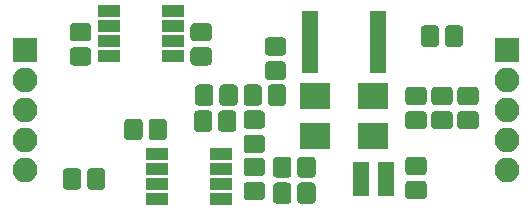
<source format=gts>
G04 #@! TF.GenerationSoftware,KiCad,Pcbnew,(5.0.0)*
G04 #@! TF.CreationDate,2018-08-11T20:49:35+09:00*
G04 #@! TF.ProjectId,AD593x_impedance_analyzer,4144353933785F696D706564616E6365,rev?*
G04 #@! TF.SameCoordinates,Original*
G04 #@! TF.FileFunction,Soldermask,Top*
G04 #@! TF.FilePolarity,Negative*
%FSLAX46Y46*%
G04 Gerber Fmt 4.6, Leading zero omitted, Abs format (unit mm)*
G04 Created by KiCad (PCBNEW (5.0.0)) date 08/11/18 20:49:35*
%MOMM*%
%LPD*%
G01*
G04 APERTURE LIST*
%ADD10C,0.100000*%
%ADD11C,1.550000*%
%ADD12R,1.400000X0.800000*%
%ADD13R,2.100000X2.100000*%
%ADD14O,2.100000X2.100000*%
%ADD15R,1.950000X1.000000*%
%ADD16R,1.460000X1.050000*%
%ADD17R,2.650000X2.200000*%
G04 APERTURE END LIST*
D10*
G04 #@! TO.C,R11*
G36*
X80746071Y-90001623D02*
X80778781Y-90006475D01*
X80810857Y-90014509D01*
X80841991Y-90025649D01*
X80871884Y-90039787D01*
X80900247Y-90056787D01*
X80926807Y-90076485D01*
X80951308Y-90098692D01*
X80973515Y-90123193D01*
X80993213Y-90149753D01*
X81010213Y-90178116D01*
X81024351Y-90208009D01*
X81035491Y-90239143D01*
X81043525Y-90271219D01*
X81048377Y-90303929D01*
X81050000Y-90336956D01*
X81050000Y-91463044D01*
X81048377Y-91496071D01*
X81043525Y-91528781D01*
X81035491Y-91560857D01*
X81024351Y-91591991D01*
X81010213Y-91621884D01*
X80993213Y-91650247D01*
X80973515Y-91676807D01*
X80951308Y-91701308D01*
X80926807Y-91723515D01*
X80900247Y-91743213D01*
X80871884Y-91760213D01*
X80841991Y-91774351D01*
X80810857Y-91785491D01*
X80778781Y-91793525D01*
X80746071Y-91798377D01*
X80713044Y-91800000D01*
X79836956Y-91800000D01*
X79803929Y-91798377D01*
X79771219Y-91793525D01*
X79739143Y-91785491D01*
X79708009Y-91774351D01*
X79678116Y-91760213D01*
X79649753Y-91743213D01*
X79623193Y-91723515D01*
X79598692Y-91701308D01*
X79576485Y-91676807D01*
X79556787Y-91650247D01*
X79539787Y-91621884D01*
X79525649Y-91591991D01*
X79514509Y-91560857D01*
X79506475Y-91528781D01*
X79501623Y-91496071D01*
X79500000Y-91463044D01*
X79500000Y-90336956D01*
X79501623Y-90303929D01*
X79506475Y-90271219D01*
X79514509Y-90239143D01*
X79525649Y-90208009D01*
X79539787Y-90178116D01*
X79556787Y-90149753D01*
X79576485Y-90123193D01*
X79598692Y-90098692D01*
X79623193Y-90076485D01*
X79649753Y-90056787D01*
X79678116Y-90039787D01*
X79708009Y-90025649D01*
X79739143Y-90014509D01*
X79771219Y-90006475D01*
X79803929Y-90001623D01*
X79836956Y-90000000D01*
X80713044Y-90000000D01*
X80746071Y-90001623D01*
X80746071Y-90001623D01*
G37*
D11*
X80275000Y-90900000D03*
D10*
G36*
X82796071Y-90001623D02*
X82828781Y-90006475D01*
X82860857Y-90014509D01*
X82891991Y-90025649D01*
X82921884Y-90039787D01*
X82950247Y-90056787D01*
X82976807Y-90076485D01*
X83001308Y-90098692D01*
X83023515Y-90123193D01*
X83043213Y-90149753D01*
X83060213Y-90178116D01*
X83074351Y-90208009D01*
X83085491Y-90239143D01*
X83093525Y-90271219D01*
X83098377Y-90303929D01*
X83100000Y-90336956D01*
X83100000Y-91463044D01*
X83098377Y-91496071D01*
X83093525Y-91528781D01*
X83085491Y-91560857D01*
X83074351Y-91591991D01*
X83060213Y-91621884D01*
X83043213Y-91650247D01*
X83023515Y-91676807D01*
X83001308Y-91701308D01*
X82976807Y-91723515D01*
X82950247Y-91743213D01*
X82921884Y-91760213D01*
X82891991Y-91774351D01*
X82860857Y-91785491D01*
X82828781Y-91793525D01*
X82796071Y-91798377D01*
X82763044Y-91800000D01*
X81886956Y-91800000D01*
X81853929Y-91798377D01*
X81821219Y-91793525D01*
X81789143Y-91785491D01*
X81758009Y-91774351D01*
X81728116Y-91760213D01*
X81699753Y-91743213D01*
X81673193Y-91723515D01*
X81648692Y-91701308D01*
X81626485Y-91676807D01*
X81606787Y-91650247D01*
X81589787Y-91621884D01*
X81575649Y-91591991D01*
X81564509Y-91560857D01*
X81556475Y-91528781D01*
X81551623Y-91496071D01*
X81550000Y-91463044D01*
X81550000Y-90336956D01*
X81551623Y-90303929D01*
X81556475Y-90271219D01*
X81564509Y-90239143D01*
X81575649Y-90208009D01*
X81589787Y-90178116D01*
X81606787Y-90149753D01*
X81626485Y-90123193D01*
X81648692Y-90098692D01*
X81673193Y-90076485D01*
X81699753Y-90056787D01*
X81728116Y-90039787D01*
X81758009Y-90025649D01*
X81789143Y-90014509D01*
X81821219Y-90006475D01*
X81853929Y-90001623D01*
X81886956Y-90000000D01*
X82763044Y-90000000D01*
X82796071Y-90001623D01*
X82796071Y-90001623D01*
G37*
D11*
X82325000Y-90900000D03*
G04 #@! TD*
D12*
G04 #@! TO.C,U3*
X100400000Y-77025000D03*
X100400000Y-77675000D03*
X100400000Y-78325000D03*
X100400000Y-78975000D03*
X100400000Y-79625000D03*
X100400000Y-80275000D03*
X100400000Y-80925000D03*
X100400000Y-81575000D03*
X106200000Y-81575000D03*
X106200000Y-80925000D03*
X106200000Y-80275000D03*
X106200000Y-79625000D03*
X106200000Y-78975000D03*
X106200000Y-78325000D03*
X106200000Y-77675000D03*
X106200000Y-77025000D03*
G04 #@! TD*
D10*
G04 #@! TO.C,C1*
G36*
X81596071Y-79751623D02*
X81628781Y-79756475D01*
X81660857Y-79764509D01*
X81691991Y-79775649D01*
X81721884Y-79789787D01*
X81750247Y-79806787D01*
X81776807Y-79826485D01*
X81801308Y-79848692D01*
X81823515Y-79873193D01*
X81843213Y-79899753D01*
X81860213Y-79928116D01*
X81874351Y-79958009D01*
X81885491Y-79989143D01*
X81893525Y-80021219D01*
X81898377Y-80053929D01*
X81900000Y-80086956D01*
X81900000Y-80963044D01*
X81898377Y-80996071D01*
X81893525Y-81028781D01*
X81885491Y-81060857D01*
X81874351Y-81091991D01*
X81860213Y-81121884D01*
X81843213Y-81150247D01*
X81823515Y-81176807D01*
X81801308Y-81201308D01*
X81776807Y-81223515D01*
X81750247Y-81243213D01*
X81721884Y-81260213D01*
X81691991Y-81274351D01*
X81660857Y-81285491D01*
X81628781Y-81293525D01*
X81596071Y-81298377D01*
X81563044Y-81300000D01*
X80436956Y-81300000D01*
X80403929Y-81298377D01*
X80371219Y-81293525D01*
X80339143Y-81285491D01*
X80308009Y-81274351D01*
X80278116Y-81260213D01*
X80249753Y-81243213D01*
X80223193Y-81223515D01*
X80198692Y-81201308D01*
X80176485Y-81176807D01*
X80156787Y-81150247D01*
X80139787Y-81121884D01*
X80125649Y-81091991D01*
X80114509Y-81060857D01*
X80106475Y-81028781D01*
X80101623Y-80996071D01*
X80100000Y-80963044D01*
X80100000Y-80086956D01*
X80101623Y-80053929D01*
X80106475Y-80021219D01*
X80114509Y-79989143D01*
X80125649Y-79958009D01*
X80139787Y-79928116D01*
X80156787Y-79899753D01*
X80176485Y-79873193D01*
X80198692Y-79848692D01*
X80223193Y-79826485D01*
X80249753Y-79806787D01*
X80278116Y-79789787D01*
X80308009Y-79775649D01*
X80339143Y-79764509D01*
X80371219Y-79756475D01*
X80403929Y-79751623D01*
X80436956Y-79750000D01*
X81563044Y-79750000D01*
X81596071Y-79751623D01*
X81596071Y-79751623D01*
G37*
D11*
X81000000Y-80525000D03*
D10*
G36*
X81596071Y-77701623D02*
X81628781Y-77706475D01*
X81660857Y-77714509D01*
X81691991Y-77725649D01*
X81721884Y-77739787D01*
X81750247Y-77756787D01*
X81776807Y-77776485D01*
X81801308Y-77798692D01*
X81823515Y-77823193D01*
X81843213Y-77849753D01*
X81860213Y-77878116D01*
X81874351Y-77908009D01*
X81885491Y-77939143D01*
X81893525Y-77971219D01*
X81898377Y-78003929D01*
X81900000Y-78036956D01*
X81900000Y-78913044D01*
X81898377Y-78946071D01*
X81893525Y-78978781D01*
X81885491Y-79010857D01*
X81874351Y-79041991D01*
X81860213Y-79071884D01*
X81843213Y-79100247D01*
X81823515Y-79126807D01*
X81801308Y-79151308D01*
X81776807Y-79173515D01*
X81750247Y-79193213D01*
X81721884Y-79210213D01*
X81691991Y-79224351D01*
X81660857Y-79235491D01*
X81628781Y-79243525D01*
X81596071Y-79248377D01*
X81563044Y-79250000D01*
X80436956Y-79250000D01*
X80403929Y-79248377D01*
X80371219Y-79243525D01*
X80339143Y-79235491D01*
X80308009Y-79224351D01*
X80278116Y-79210213D01*
X80249753Y-79193213D01*
X80223193Y-79173515D01*
X80198692Y-79151308D01*
X80176485Y-79126807D01*
X80156787Y-79100247D01*
X80139787Y-79071884D01*
X80125649Y-79041991D01*
X80114509Y-79010857D01*
X80106475Y-78978781D01*
X80101623Y-78946071D01*
X80100000Y-78913044D01*
X80100000Y-78036956D01*
X80101623Y-78003929D01*
X80106475Y-77971219D01*
X80114509Y-77939143D01*
X80125649Y-77908009D01*
X80139787Y-77878116D01*
X80156787Y-77849753D01*
X80176485Y-77823193D01*
X80198692Y-77798692D01*
X80223193Y-77776485D01*
X80249753Y-77756787D01*
X80278116Y-77739787D01*
X80308009Y-77725649D01*
X80339143Y-77714509D01*
X80371219Y-77706475D01*
X80403929Y-77701623D01*
X80436956Y-77700000D01*
X81563044Y-77700000D01*
X81596071Y-77701623D01*
X81596071Y-77701623D01*
G37*
D11*
X81000000Y-78475000D03*
G04 #@! TD*
D10*
G04 #@! TO.C,C2*
G36*
X91796071Y-77701623D02*
X91828781Y-77706475D01*
X91860857Y-77714509D01*
X91891991Y-77725649D01*
X91921884Y-77739787D01*
X91950247Y-77756787D01*
X91976807Y-77776485D01*
X92001308Y-77798692D01*
X92023515Y-77823193D01*
X92043213Y-77849753D01*
X92060213Y-77878116D01*
X92074351Y-77908009D01*
X92085491Y-77939143D01*
X92093525Y-77971219D01*
X92098377Y-78003929D01*
X92100000Y-78036956D01*
X92100000Y-78913044D01*
X92098377Y-78946071D01*
X92093525Y-78978781D01*
X92085491Y-79010857D01*
X92074351Y-79041991D01*
X92060213Y-79071884D01*
X92043213Y-79100247D01*
X92023515Y-79126807D01*
X92001308Y-79151308D01*
X91976807Y-79173515D01*
X91950247Y-79193213D01*
X91921884Y-79210213D01*
X91891991Y-79224351D01*
X91860857Y-79235491D01*
X91828781Y-79243525D01*
X91796071Y-79248377D01*
X91763044Y-79250000D01*
X90636956Y-79250000D01*
X90603929Y-79248377D01*
X90571219Y-79243525D01*
X90539143Y-79235491D01*
X90508009Y-79224351D01*
X90478116Y-79210213D01*
X90449753Y-79193213D01*
X90423193Y-79173515D01*
X90398692Y-79151308D01*
X90376485Y-79126807D01*
X90356787Y-79100247D01*
X90339787Y-79071884D01*
X90325649Y-79041991D01*
X90314509Y-79010857D01*
X90306475Y-78978781D01*
X90301623Y-78946071D01*
X90300000Y-78913044D01*
X90300000Y-78036956D01*
X90301623Y-78003929D01*
X90306475Y-77971219D01*
X90314509Y-77939143D01*
X90325649Y-77908009D01*
X90339787Y-77878116D01*
X90356787Y-77849753D01*
X90376485Y-77823193D01*
X90398692Y-77798692D01*
X90423193Y-77776485D01*
X90449753Y-77756787D01*
X90478116Y-77739787D01*
X90508009Y-77725649D01*
X90539143Y-77714509D01*
X90571219Y-77706475D01*
X90603929Y-77701623D01*
X90636956Y-77700000D01*
X91763044Y-77700000D01*
X91796071Y-77701623D01*
X91796071Y-77701623D01*
G37*
D11*
X91200000Y-78475000D03*
D10*
G36*
X91796071Y-79751623D02*
X91828781Y-79756475D01*
X91860857Y-79764509D01*
X91891991Y-79775649D01*
X91921884Y-79789787D01*
X91950247Y-79806787D01*
X91976807Y-79826485D01*
X92001308Y-79848692D01*
X92023515Y-79873193D01*
X92043213Y-79899753D01*
X92060213Y-79928116D01*
X92074351Y-79958009D01*
X92085491Y-79989143D01*
X92093525Y-80021219D01*
X92098377Y-80053929D01*
X92100000Y-80086956D01*
X92100000Y-80963044D01*
X92098377Y-80996071D01*
X92093525Y-81028781D01*
X92085491Y-81060857D01*
X92074351Y-81091991D01*
X92060213Y-81121884D01*
X92043213Y-81150247D01*
X92023515Y-81176807D01*
X92001308Y-81201308D01*
X91976807Y-81223515D01*
X91950247Y-81243213D01*
X91921884Y-81260213D01*
X91891991Y-81274351D01*
X91860857Y-81285491D01*
X91828781Y-81293525D01*
X91796071Y-81298377D01*
X91763044Y-81300000D01*
X90636956Y-81300000D01*
X90603929Y-81298377D01*
X90571219Y-81293525D01*
X90539143Y-81285491D01*
X90508009Y-81274351D01*
X90478116Y-81260213D01*
X90449753Y-81243213D01*
X90423193Y-81223515D01*
X90398692Y-81201308D01*
X90376485Y-81176807D01*
X90356787Y-81150247D01*
X90339787Y-81121884D01*
X90325649Y-81091991D01*
X90314509Y-81060857D01*
X90306475Y-81028781D01*
X90301623Y-80996071D01*
X90300000Y-80963044D01*
X90300000Y-80086956D01*
X90301623Y-80053929D01*
X90306475Y-80021219D01*
X90314509Y-79989143D01*
X90325649Y-79958009D01*
X90339787Y-79928116D01*
X90356787Y-79899753D01*
X90376485Y-79873193D01*
X90398692Y-79848692D01*
X90423193Y-79826485D01*
X90449753Y-79806787D01*
X90478116Y-79789787D01*
X90508009Y-79775649D01*
X90539143Y-79764509D01*
X90571219Y-79756475D01*
X90603929Y-79751623D01*
X90636956Y-79750000D01*
X91763044Y-79750000D01*
X91796071Y-79751623D01*
X91796071Y-79751623D01*
G37*
D11*
X91200000Y-80525000D03*
G04 #@! TD*
D10*
G04 #@! TO.C,C3*
G36*
X96046071Y-82901623D02*
X96078781Y-82906475D01*
X96110857Y-82914509D01*
X96141991Y-82925649D01*
X96171884Y-82939787D01*
X96200247Y-82956787D01*
X96226807Y-82976485D01*
X96251308Y-82998692D01*
X96273515Y-83023193D01*
X96293213Y-83049753D01*
X96310213Y-83078116D01*
X96324351Y-83108009D01*
X96335491Y-83139143D01*
X96343525Y-83171219D01*
X96348377Y-83203929D01*
X96350000Y-83236956D01*
X96350000Y-84363044D01*
X96348377Y-84396071D01*
X96343525Y-84428781D01*
X96335491Y-84460857D01*
X96324351Y-84491991D01*
X96310213Y-84521884D01*
X96293213Y-84550247D01*
X96273515Y-84576807D01*
X96251308Y-84601308D01*
X96226807Y-84623515D01*
X96200247Y-84643213D01*
X96171884Y-84660213D01*
X96141991Y-84674351D01*
X96110857Y-84685491D01*
X96078781Y-84693525D01*
X96046071Y-84698377D01*
X96013044Y-84700000D01*
X95136956Y-84700000D01*
X95103929Y-84698377D01*
X95071219Y-84693525D01*
X95039143Y-84685491D01*
X95008009Y-84674351D01*
X94978116Y-84660213D01*
X94949753Y-84643213D01*
X94923193Y-84623515D01*
X94898692Y-84601308D01*
X94876485Y-84576807D01*
X94856787Y-84550247D01*
X94839787Y-84521884D01*
X94825649Y-84491991D01*
X94814509Y-84460857D01*
X94806475Y-84428781D01*
X94801623Y-84396071D01*
X94800000Y-84363044D01*
X94800000Y-83236956D01*
X94801623Y-83203929D01*
X94806475Y-83171219D01*
X94814509Y-83139143D01*
X94825649Y-83108009D01*
X94839787Y-83078116D01*
X94856787Y-83049753D01*
X94876485Y-83023193D01*
X94898692Y-82998692D01*
X94923193Y-82976485D01*
X94949753Y-82956787D01*
X94978116Y-82939787D01*
X95008009Y-82925649D01*
X95039143Y-82914509D01*
X95071219Y-82906475D01*
X95103929Y-82901623D01*
X95136956Y-82900000D01*
X96013044Y-82900000D01*
X96046071Y-82901623D01*
X96046071Y-82901623D01*
G37*
D11*
X95575000Y-83800000D03*
D10*
G36*
X98096071Y-82901623D02*
X98128781Y-82906475D01*
X98160857Y-82914509D01*
X98191991Y-82925649D01*
X98221884Y-82939787D01*
X98250247Y-82956787D01*
X98276807Y-82976485D01*
X98301308Y-82998692D01*
X98323515Y-83023193D01*
X98343213Y-83049753D01*
X98360213Y-83078116D01*
X98374351Y-83108009D01*
X98385491Y-83139143D01*
X98393525Y-83171219D01*
X98398377Y-83203929D01*
X98400000Y-83236956D01*
X98400000Y-84363044D01*
X98398377Y-84396071D01*
X98393525Y-84428781D01*
X98385491Y-84460857D01*
X98374351Y-84491991D01*
X98360213Y-84521884D01*
X98343213Y-84550247D01*
X98323515Y-84576807D01*
X98301308Y-84601308D01*
X98276807Y-84623515D01*
X98250247Y-84643213D01*
X98221884Y-84660213D01*
X98191991Y-84674351D01*
X98160857Y-84685491D01*
X98128781Y-84693525D01*
X98096071Y-84698377D01*
X98063044Y-84700000D01*
X97186956Y-84700000D01*
X97153929Y-84698377D01*
X97121219Y-84693525D01*
X97089143Y-84685491D01*
X97058009Y-84674351D01*
X97028116Y-84660213D01*
X96999753Y-84643213D01*
X96973193Y-84623515D01*
X96948692Y-84601308D01*
X96926485Y-84576807D01*
X96906787Y-84550247D01*
X96889787Y-84521884D01*
X96875649Y-84491991D01*
X96864509Y-84460857D01*
X96856475Y-84428781D01*
X96851623Y-84396071D01*
X96850000Y-84363044D01*
X96850000Y-83236956D01*
X96851623Y-83203929D01*
X96856475Y-83171219D01*
X96864509Y-83139143D01*
X96875649Y-83108009D01*
X96889787Y-83078116D01*
X96906787Y-83049753D01*
X96926485Y-83023193D01*
X96948692Y-82998692D01*
X96973193Y-82976485D01*
X96999753Y-82956787D01*
X97028116Y-82939787D01*
X97058009Y-82925649D01*
X97089143Y-82914509D01*
X97121219Y-82906475D01*
X97153929Y-82901623D01*
X97186956Y-82900000D01*
X98063044Y-82900000D01*
X98096071Y-82901623D01*
X98096071Y-82901623D01*
G37*
D11*
X97625000Y-83800000D03*
G04 #@! TD*
D10*
G04 #@! TO.C,C4*
G36*
X85946071Y-85801623D02*
X85978781Y-85806475D01*
X86010857Y-85814509D01*
X86041991Y-85825649D01*
X86071884Y-85839787D01*
X86100247Y-85856787D01*
X86126807Y-85876485D01*
X86151308Y-85898692D01*
X86173515Y-85923193D01*
X86193213Y-85949753D01*
X86210213Y-85978116D01*
X86224351Y-86008009D01*
X86235491Y-86039143D01*
X86243525Y-86071219D01*
X86248377Y-86103929D01*
X86250000Y-86136956D01*
X86250000Y-87263044D01*
X86248377Y-87296071D01*
X86243525Y-87328781D01*
X86235491Y-87360857D01*
X86224351Y-87391991D01*
X86210213Y-87421884D01*
X86193213Y-87450247D01*
X86173515Y-87476807D01*
X86151308Y-87501308D01*
X86126807Y-87523515D01*
X86100247Y-87543213D01*
X86071884Y-87560213D01*
X86041991Y-87574351D01*
X86010857Y-87585491D01*
X85978781Y-87593525D01*
X85946071Y-87598377D01*
X85913044Y-87600000D01*
X85036956Y-87600000D01*
X85003929Y-87598377D01*
X84971219Y-87593525D01*
X84939143Y-87585491D01*
X84908009Y-87574351D01*
X84878116Y-87560213D01*
X84849753Y-87543213D01*
X84823193Y-87523515D01*
X84798692Y-87501308D01*
X84776485Y-87476807D01*
X84756787Y-87450247D01*
X84739787Y-87421884D01*
X84725649Y-87391991D01*
X84714509Y-87360857D01*
X84706475Y-87328781D01*
X84701623Y-87296071D01*
X84700000Y-87263044D01*
X84700000Y-86136956D01*
X84701623Y-86103929D01*
X84706475Y-86071219D01*
X84714509Y-86039143D01*
X84725649Y-86008009D01*
X84739787Y-85978116D01*
X84756787Y-85949753D01*
X84776485Y-85923193D01*
X84798692Y-85898692D01*
X84823193Y-85876485D01*
X84849753Y-85856787D01*
X84878116Y-85839787D01*
X84908009Y-85825649D01*
X84939143Y-85814509D01*
X84971219Y-85806475D01*
X85003929Y-85801623D01*
X85036956Y-85800000D01*
X85913044Y-85800000D01*
X85946071Y-85801623D01*
X85946071Y-85801623D01*
G37*
D11*
X85475000Y-86700000D03*
D10*
G36*
X87996071Y-85801623D02*
X88028781Y-85806475D01*
X88060857Y-85814509D01*
X88091991Y-85825649D01*
X88121884Y-85839787D01*
X88150247Y-85856787D01*
X88176807Y-85876485D01*
X88201308Y-85898692D01*
X88223515Y-85923193D01*
X88243213Y-85949753D01*
X88260213Y-85978116D01*
X88274351Y-86008009D01*
X88285491Y-86039143D01*
X88293525Y-86071219D01*
X88298377Y-86103929D01*
X88300000Y-86136956D01*
X88300000Y-87263044D01*
X88298377Y-87296071D01*
X88293525Y-87328781D01*
X88285491Y-87360857D01*
X88274351Y-87391991D01*
X88260213Y-87421884D01*
X88243213Y-87450247D01*
X88223515Y-87476807D01*
X88201308Y-87501308D01*
X88176807Y-87523515D01*
X88150247Y-87543213D01*
X88121884Y-87560213D01*
X88091991Y-87574351D01*
X88060857Y-87585491D01*
X88028781Y-87593525D01*
X87996071Y-87598377D01*
X87963044Y-87600000D01*
X87086956Y-87600000D01*
X87053929Y-87598377D01*
X87021219Y-87593525D01*
X86989143Y-87585491D01*
X86958009Y-87574351D01*
X86928116Y-87560213D01*
X86899753Y-87543213D01*
X86873193Y-87523515D01*
X86848692Y-87501308D01*
X86826485Y-87476807D01*
X86806787Y-87450247D01*
X86789787Y-87421884D01*
X86775649Y-87391991D01*
X86764509Y-87360857D01*
X86756475Y-87328781D01*
X86751623Y-87296071D01*
X86750000Y-87263044D01*
X86750000Y-86136956D01*
X86751623Y-86103929D01*
X86756475Y-86071219D01*
X86764509Y-86039143D01*
X86775649Y-86008009D01*
X86789787Y-85978116D01*
X86806787Y-85949753D01*
X86826485Y-85923193D01*
X86848692Y-85898692D01*
X86873193Y-85876485D01*
X86899753Y-85856787D01*
X86928116Y-85839787D01*
X86958009Y-85825649D01*
X86989143Y-85814509D01*
X87021219Y-85806475D01*
X87053929Y-85801623D01*
X87086956Y-85800000D01*
X87963044Y-85800000D01*
X87996071Y-85801623D01*
X87996071Y-85801623D01*
G37*
D11*
X87525000Y-86700000D03*
G04 #@! TD*
D10*
G04 #@! TO.C,C5*
G36*
X109996071Y-89026623D02*
X110028781Y-89031475D01*
X110060857Y-89039509D01*
X110091991Y-89050649D01*
X110121884Y-89064787D01*
X110150247Y-89081787D01*
X110176807Y-89101485D01*
X110201308Y-89123692D01*
X110223515Y-89148193D01*
X110243213Y-89174753D01*
X110260213Y-89203116D01*
X110274351Y-89233009D01*
X110285491Y-89264143D01*
X110293525Y-89296219D01*
X110298377Y-89328929D01*
X110300000Y-89361956D01*
X110300000Y-90238044D01*
X110298377Y-90271071D01*
X110293525Y-90303781D01*
X110285491Y-90335857D01*
X110274351Y-90366991D01*
X110260213Y-90396884D01*
X110243213Y-90425247D01*
X110223515Y-90451807D01*
X110201308Y-90476308D01*
X110176807Y-90498515D01*
X110150247Y-90518213D01*
X110121884Y-90535213D01*
X110091991Y-90549351D01*
X110060857Y-90560491D01*
X110028781Y-90568525D01*
X109996071Y-90573377D01*
X109963044Y-90575000D01*
X108836956Y-90575000D01*
X108803929Y-90573377D01*
X108771219Y-90568525D01*
X108739143Y-90560491D01*
X108708009Y-90549351D01*
X108678116Y-90535213D01*
X108649753Y-90518213D01*
X108623193Y-90498515D01*
X108598692Y-90476308D01*
X108576485Y-90451807D01*
X108556787Y-90425247D01*
X108539787Y-90396884D01*
X108525649Y-90366991D01*
X108514509Y-90335857D01*
X108506475Y-90303781D01*
X108501623Y-90271071D01*
X108500000Y-90238044D01*
X108500000Y-89361956D01*
X108501623Y-89328929D01*
X108506475Y-89296219D01*
X108514509Y-89264143D01*
X108525649Y-89233009D01*
X108539787Y-89203116D01*
X108556787Y-89174753D01*
X108576485Y-89148193D01*
X108598692Y-89123692D01*
X108623193Y-89101485D01*
X108649753Y-89081787D01*
X108678116Y-89064787D01*
X108708009Y-89050649D01*
X108739143Y-89039509D01*
X108771219Y-89031475D01*
X108803929Y-89026623D01*
X108836956Y-89025000D01*
X109963044Y-89025000D01*
X109996071Y-89026623D01*
X109996071Y-89026623D01*
G37*
D11*
X109400000Y-89800000D03*
D10*
G36*
X109996071Y-91076623D02*
X110028781Y-91081475D01*
X110060857Y-91089509D01*
X110091991Y-91100649D01*
X110121884Y-91114787D01*
X110150247Y-91131787D01*
X110176807Y-91151485D01*
X110201308Y-91173692D01*
X110223515Y-91198193D01*
X110243213Y-91224753D01*
X110260213Y-91253116D01*
X110274351Y-91283009D01*
X110285491Y-91314143D01*
X110293525Y-91346219D01*
X110298377Y-91378929D01*
X110300000Y-91411956D01*
X110300000Y-92288044D01*
X110298377Y-92321071D01*
X110293525Y-92353781D01*
X110285491Y-92385857D01*
X110274351Y-92416991D01*
X110260213Y-92446884D01*
X110243213Y-92475247D01*
X110223515Y-92501807D01*
X110201308Y-92526308D01*
X110176807Y-92548515D01*
X110150247Y-92568213D01*
X110121884Y-92585213D01*
X110091991Y-92599351D01*
X110060857Y-92610491D01*
X110028781Y-92618525D01*
X109996071Y-92623377D01*
X109963044Y-92625000D01*
X108836956Y-92625000D01*
X108803929Y-92623377D01*
X108771219Y-92618525D01*
X108739143Y-92610491D01*
X108708009Y-92599351D01*
X108678116Y-92585213D01*
X108649753Y-92568213D01*
X108623193Y-92548515D01*
X108598692Y-92526308D01*
X108576485Y-92501807D01*
X108556787Y-92475247D01*
X108539787Y-92446884D01*
X108525649Y-92416991D01*
X108514509Y-92385857D01*
X108506475Y-92353781D01*
X108501623Y-92321071D01*
X108500000Y-92288044D01*
X108500000Y-91411956D01*
X108501623Y-91378929D01*
X108506475Y-91346219D01*
X108514509Y-91314143D01*
X108525649Y-91283009D01*
X108539787Y-91253116D01*
X108556787Y-91224753D01*
X108576485Y-91198193D01*
X108598692Y-91173692D01*
X108623193Y-91151485D01*
X108649753Y-91131787D01*
X108678116Y-91114787D01*
X108708009Y-91100649D01*
X108739143Y-91089509D01*
X108771219Y-91081475D01*
X108803929Y-91076623D01*
X108836956Y-91075000D01*
X109963044Y-91075000D01*
X109996071Y-91076623D01*
X109996071Y-91076623D01*
G37*
D11*
X109400000Y-91850000D03*
G04 #@! TD*
D10*
G04 #@! TO.C,C6*
G36*
X111046071Y-77901623D02*
X111078781Y-77906475D01*
X111110857Y-77914509D01*
X111141991Y-77925649D01*
X111171884Y-77939787D01*
X111200247Y-77956787D01*
X111226807Y-77976485D01*
X111251308Y-77998692D01*
X111273515Y-78023193D01*
X111293213Y-78049753D01*
X111310213Y-78078116D01*
X111324351Y-78108009D01*
X111335491Y-78139143D01*
X111343525Y-78171219D01*
X111348377Y-78203929D01*
X111350000Y-78236956D01*
X111350000Y-79363044D01*
X111348377Y-79396071D01*
X111343525Y-79428781D01*
X111335491Y-79460857D01*
X111324351Y-79491991D01*
X111310213Y-79521884D01*
X111293213Y-79550247D01*
X111273515Y-79576807D01*
X111251308Y-79601308D01*
X111226807Y-79623515D01*
X111200247Y-79643213D01*
X111171884Y-79660213D01*
X111141991Y-79674351D01*
X111110857Y-79685491D01*
X111078781Y-79693525D01*
X111046071Y-79698377D01*
X111013044Y-79700000D01*
X110136956Y-79700000D01*
X110103929Y-79698377D01*
X110071219Y-79693525D01*
X110039143Y-79685491D01*
X110008009Y-79674351D01*
X109978116Y-79660213D01*
X109949753Y-79643213D01*
X109923193Y-79623515D01*
X109898692Y-79601308D01*
X109876485Y-79576807D01*
X109856787Y-79550247D01*
X109839787Y-79521884D01*
X109825649Y-79491991D01*
X109814509Y-79460857D01*
X109806475Y-79428781D01*
X109801623Y-79396071D01*
X109800000Y-79363044D01*
X109800000Y-78236956D01*
X109801623Y-78203929D01*
X109806475Y-78171219D01*
X109814509Y-78139143D01*
X109825649Y-78108009D01*
X109839787Y-78078116D01*
X109856787Y-78049753D01*
X109876485Y-78023193D01*
X109898692Y-77998692D01*
X109923193Y-77976485D01*
X109949753Y-77956787D01*
X109978116Y-77939787D01*
X110008009Y-77925649D01*
X110039143Y-77914509D01*
X110071219Y-77906475D01*
X110103929Y-77901623D01*
X110136956Y-77900000D01*
X111013044Y-77900000D01*
X111046071Y-77901623D01*
X111046071Y-77901623D01*
G37*
D11*
X110575000Y-78800000D03*
D10*
G36*
X113096071Y-77901623D02*
X113128781Y-77906475D01*
X113160857Y-77914509D01*
X113191991Y-77925649D01*
X113221884Y-77939787D01*
X113250247Y-77956787D01*
X113276807Y-77976485D01*
X113301308Y-77998692D01*
X113323515Y-78023193D01*
X113343213Y-78049753D01*
X113360213Y-78078116D01*
X113374351Y-78108009D01*
X113385491Y-78139143D01*
X113393525Y-78171219D01*
X113398377Y-78203929D01*
X113400000Y-78236956D01*
X113400000Y-79363044D01*
X113398377Y-79396071D01*
X113393525Y-79428781D01*
X113385491Y-79460857D01*
X113374351Y-79491991D01*
X113360213Y-79521884D01*
X113343213Y-79550247D01*
X113323515Y-79576807D01*
X113301308Y-79601308D01*
X113276807Y-79623515D01*
X113250247Y-79643213D01*
X113221884Y-79660213D01*
X113191991Y-79674351D01*
X113160857Y-79685491D01*
X113128781Y-79693525D01*
X113096071Y-79698377D01*
X113063044Y-79700000D01*
X112186956Y-79700000D01*
X112153929Y-79698377D01*
X112121219Y-79693525D01*
X112089143Y-79685491D01*
X112058009Y-79674351D01*
X112028116Y-79660213D01*
X111999753Y-79643213D01*
X111973193Y-79623515D01*
X111948692Y-79601308D01*
X111926485Y-79576807D01*
X111906787Y-79550247D01*
X111889787Y-79521884D01*
X111875649Y-79491991D01*
X111864509Y-79460857D01*
X111856475Y-79428781D01*
X111851623Y-79396071D01*
X111850000Y-79363044D01*
X111850000Y-78236956D01*
X111851623Y-78203929D01*
X111856475Y-78171219D01*
X111864509Y-78139143D01*
X111875649Y-78108009D01*
X111889787Y-78078116D01*
X111906787Y-78049753D01*
X111926485Y-78023193D01*
X111948692Y-77998692D01*
X111973193Y-77976485D01*
X111999753Y-77956787D01*
X112028116Y-77939787D01*
X112058009Y-77925649D01*
X112089143Y-77914509D01*
X112121219Y-77906475D01*
X112153929Y-77901623D01*
X112186956Y-77900000D01*
X113063044Y-77900000D01*
X113096071Y-77901623D01*
X113096071Y-77901623D01*
G37*
D11*
X112625000Y-78800000D03*
G04 #@! TD*
D13*
G04 #@! TO.C,J1*
X76300000Y-80000000D03*
D14*
X76300000Y-82540000D03*
X76300000Y-85080000D03*
X76300000Y-87620000D03*
X76300000Y-90160000D03*
G04 #@! TD*
G04 #@! TO.C,J2*
X117100000Y-90160000D03*
X117100000Y-87620000D03*
X117100000Y-85080000D03*
X117100000Y-82540000D03*
D13*
X117100000Y-80000000D03*
G04 #@! TD*
D10*
G04 #@! TO.C,R1*
G36*
X112196071Y-85151623D02*
X112228781Y-85156475D01*
X112260857Y-85164509D01*
X112291991Y-85175649D01*
X112321884Y-85189787D01*
X112350247Y-85206787D01*
X112376807Y-85226485D01*
X112401308Y-85248692D01*
X112423515Y-85273193D01*
X112443213Y-85299753D01*
X112460213Y-85328116D01*
X112474351Y-85358009D01*
X112485491Y-85389143D01*
X112493525Y-85421219D01*
X112498377Y-85453929D01*
X112500000Y-85486956D01*
X112500000Y-86363044D01*
X112498377Y-86396071D01*
X112493525Y-86428781D01*
X112485491Y-86460857D01*
X112474351Y-86491991D01*
X112460213Y-86521884D01*
X112443213Y-86550247D01*
X112423515Y-86576807D01*
X112401308Y-86601308D01*
X112376807Y-86623515D01*
X112350247Y-86643213D01*
X112321884Y-86660213D01*
X112291991Y-86674351D01*
X112260857Y-86685491D01*
X112228781Y-86693525D01*
X112196071Y-86698377D01*
X112163044Y-86700000D01*
X111036956Y-86700000D01*
X111003929Y-86698377D01*
X110971219Y-86693525D01*
X110939143Y-86685491D01*
X110908009Y-86674351D01*
X110878116Y-86660213D01*
X110849753Y-86643213D01*
X110823193Y-86623515D01*
X110798692Y-86601308D01*
X110776485Y-86576807D01*
X110756787Y-86550247D01*
X110739787Y-86521884D01*
X110725649Y-86491991D01*
X110714509Y-86460857D01*
X110706475Y-86428781D01*
X110701623Y-86396071D01*
X110700000Y-86363044D01*
X110700000Y-85486956D01*
X110701623Y-85453929D01*
X110706475Y-85421219D01*
X110714509Y-85389143D01*
X110725649Y-85358009D01*
X110739787Y-85328116D01*
X110756787Y-85299753D01*
X110776485Y-85273193D01*
X110798692Y-85248692D01*
X110823193Y-85226485D01*
X110849753Y-85206787D01*
X110878116Y-85189787D01*
X110908009Y-85175649D01*
X110939143Y-85164509D01*
X110971219Y-85156475D01*
X111003929Y-85151623D01*
X111036956Y-85150000D01*
X112163044Y-85150000D01*
X112196071Y-85151623D01*
X112196071Y-85151623D01*
G37*
D11*
X111600000Y-85925000D03*
D10*
G36*
X112196071Y-83101623D02*
X112228781Y-83106475D01*
X112260857Y-83114509D01*
X112291991Y-83125649D01*
X112321884Y-83139787D01*
X112350247Y-83156787D01*
X112376807Y-83176485D01*
X112401308Y-83198692D01*
X112423515Y-83223193D01*
X112443213Y-83249753D01*
X112460213Y-83278116D01*
X112474351Y-83308009D01*
X112485491Y-83339143D01*
X112493525Y-83371219D01*
X112498377Y-83403929D01*
X112500000Y-83436956D01*
X112500000Y-84313044D01*
X112498377Y-84346071D01*
X112493525Y-84378781D01*
X112485491Y-84410857D01*
X112474351Y-84441991D01*
X112460213Y-84471884D01*
X112443213Y-84500247D01*
X112423515Y-84526807D01*
X112401308Y-84551308D01*
X112376807Y-84573515D01*
X112350247Y-84593213D01*
X112321884Y-84610213D01*
X112291991Y-84624351D01*
X112260857Y-84635491D01*
X112228781Y-84643525D01*
X112196071Y-84648377D01*
X112163044Y-84650000D01*
X111036956Y-84650000D01*
X111003929Y-84648377D01*
X110971219Y-84643525D01*
X110939143Y-84635491D01*
X110908009Y-84624351D01*
X110878116Y-84610213D01*
X110849753Y-84593213D01*
X110823193Y-84573515D01*
X110798692Y-84551308D01*
X110776485Y-84526807D01*
X110756787Y-84500247D01*
X110739787Y-84471884D01*
X110725649Y-84441991D01*
X110714509Y-84410857D01*
X110706475Y-84378781D01*
X110701623Y-84346071D01*
X110700000Y-84313044D01*
X110700000Y-83436956D01*
X110701623Y-83403929D01*
X110706475Y-83371219D01*
X110714509Y-83339143D01*
X110725649Y-83308009D01*
X110739787Y-83278116D01*
X110756787Y-83249753D01*
X110776485Y-83223193D01*
X110798692Y-83198692D01*
X110823193Y-83176485D01*
X110849753Y-83156787D01*
X110878116Y-83139787D01*
X110908009Y-83125649D01*
X110939143Y-83114509D01*
X110971219Y-83106475D01*
X111003929Y-83101623D01*
X111036956Y-83100000D01*
X112163044Y-83100000D01*
X112196071Y-83101623D01*
X112196071Y-83101623D01*
G37*
D11*
X111600000Y-83875000D03*
G04 #@! TD*
D10*
G04 #@! TO.C,R2*
G36*
X114396071Y-83101623D02*
X114428781Y-83106475D01*
X114460857Y-83114509D01*
X114491991Y-83125649D01*
X114521884Y-83139787D01*
X114550247Y-83156787D01*
X114576807Y-83176485D01*
X114601308Y-83198692D01*
X114623515Y-83223193D01*
X114643213Y-83249753D01*
X114660213Y-83278116D01*
X114674351Y-83308009D01*
X114685491Y-83339143D01*
X114693525Y-83371219D01*
X114698377Y-83403929D01*
X114700000Y-83436956D01*
X114700000Y-84313044D01*
X114698377Y-84346071D01*
X114693525Y-84378781D01*
X114685491Y-84410857D01*
X114674351Y-84441991D01*
X114660213Y-84471884D01*
X114643213Y-84500247D01*
X114623515Y-84526807D01*
X114601308Y-84551308D01*
X114576807Y-84573515D01*
X114550247Y-84593213D01*
X114521884Y-84610213D01*
X114491991Y-84624351D01*
X114460857Y-84635491D01*
X114428781Y-84643525D01*
X114396071Y-84648377D01*
X114363044Y-84650000D01*
X113236956Y-84650000D01*
X113203929Y-84648377D01*
X113171219Y-84643525D01*
X113139143Y-84635491D01*
X113108009Y-84624351D01*
X113078116Y-84610213D01*
X113049753Y-84593213D01*
X113023193Y-84573515D01*
X112998692Y-84551308D01*
X112976485Y-84526807D01*
X112956787Y-84500247D01*
X112939787Y-84471884D01*
X112925649Y-84441991D01*
X112914509Y-84410857D01*
X112906475Y-84378781D01*
X112901623Y-84346071D01*
X112900000Y-84313044D01*
X112900000Y-83436956D01*
X112901623Y-83403929D01*
X112906475Y-83371219D01*
X112914509Y-83339143D01*
X112925649Y-83308009D01*
X112939787Y-83278116D01*
X112956787Y-83249753D01*
X112976485Y-83223193D01*
X112998692Y-83198692D01*
X113023193Y-83176485D01*
X113049753Y-83156787D01*
X113078116Y-83139787D01*
X113108009Y-83125649D01*
X113139143Y-83114509D01*
X113171219Y-83106475D01*
X113203929Y-83101623D01*
X113236956Y-83100000D01*
X114363044Y-83100000D01*
X114396071Y-83101623D01*
X114396071Y-83101623D01*
G37*
D11*
X113800000Y-83875000D03*
D10*
G36*
X114396071Y-85151623D02*
X114428781Y-85156475D01*
X114460857Y-85164509D01*
X114491991Y-85175649D01*
X114521884Y-85189787D01*
X114550247Y-85206787D01*
X114576807Y-85226485D01*
X114601308Y-85248692D01*
X114623515Y-85273193D01*
X114643213Y-85299753D01*
X114660213Y-85328116D01*
X114674351Y-85358009D01*
X114685491Y-85389143D01*
X114693525Y-85421219D01*
X114698377Y-85453929D01*
X114700000Y-85486956D01*
X114700000Y-86363044D01*
X114698377Y-86396071D01*
X114693525Y-86428781D01*
X114685491Y-86460857D01*
X114674351Y-86491991D01*
X114660213Y-86521884D01*
X114643213Y-86550247D01*
X114623515Y-86576807D01*
X114601308Y-86601308D01*
X114576807Y-86623515D01*
X114550247Y-86643213D01*
X114521884Y-86660213D01*
X114491991Y-86674351D01*
X114460857Y-86685491D01*
X114428781Y-86693525D01*
X114396071Y-86698377D01*
X114363044Y-86700000D01*
X113236956Y-86700000D01*
X113203929Y-86698377D01*
X113171219Y-86693525D01*
X113139143Y-86685491D01*
X113108009Y-86674351D01*
X113078116Y-86660213D01*
X113049753Y-86643213D01*
X113023193Y-86623515D01*
X112998692Y-86601308D01*
X112976485Y-86576807D01*
X112956787Y-86550247D01*
X112939787Y-86521884D01*
X112925649Y-86491991D01*
X112914509Y-86460857D01*
X112906475Y-86428781D01*
X112901623Y-86396071D01*
X112900000Y-86363044D01*
X112900000Y-85486956D01*
X112901623Y-85453929D01*
X112906475Y-85421219D01*
X112914509Y-85389143D01*
X112925649Y-85358009D01*
X112939787Y-85328116D01*
X112956787Y-85299753D01*
X112976485Y-85273193D01*
X112998692Y-85248692D01*
X113023193Y-85226485D01*
X113049753Y-85206787D01*
X113078116Y-85189787D01*
X113108009Y-85175649D01*
X113139143Y-85164509D01*
X113171219Y-85156475D01*
X113203929Y-85151623D01*
X113236956Y-85150000D01*
X114363044Y-85150000D01*
X114396071Y-85151623D01*
X114396071Y-85151623D01*
G37*
D11*
X113800000Y-85925000D03*
G04 #@! TD*
D10*
G04 #@! TO.C,R3*
G36*
X93996071Y-82901623D02*
X94028781Y-82906475D01*
X94060857Y-82914509D01*
X94091991Y-82925649D01*
X94121884Y-82939787D01*
X94150247Y-82956787D01*
X94176807Y-82976485D01*
X94201308Y-82998692D01*
X94223515Y-83023193D01*
X94243213Y-83049753D01*
X94260213Y-83078116D01*
X94274351Y-83108009D01*
X94285491Y-83139143D01*
X94293525Y-83171219D01*
X94298377Y-83203929D01*
X94300000Y-83236956D01*
X94300000Y-84363044D01*
X94298377Y-84396071D01*
X94293525Y-84428781D01*
X94285491Y-84460857D01*
X94274351Y-84491991D01*
X94260213Y-84521884D01*
X94243213Y-84550247D01*
X94223515Y-84576807D01*
X94201308Y-84601308D01*
X94176807Y-84623515D01*
X94150247Y-84643213D01*
X94121884Y-84660213D01*
X94091991Y-84674351D01*
X94060857Y-84685491D01*
X94028781Y-84693525D01*
X93996071Y-84698377D01*
X93963044Y-84700000D01*
X93086956Y-84700000D01*
X93053929Y-84698377D01*
X93021219Y-84693525D01*
X92989143Y-84685491D01*
X92958009Y-84674351D01*
X92928116Y-84660213D01*
X92899753Y-84643213D01*
X92873193Y-84623515D01*
X92848692Y-84601308D01*
X92826485Y-84576807D01*
X92806787Y-84550247D01*
X92789787Y-84521884D01*
X92775649Y-84491991D01*
X92764509Y-84460857D01*
X92756475Y-84428781D01*
X92751623Y-84396071D01*
X92750000Y-84363044D01*
X92750000Y-83236956D01*
X92751623Y-83203929D01*
X92756475Y-83171219D01*
X92764509Y-83139143D01*
X92775649Y-83108009D01*
X92789787Y-83078116D01*
X92806787Y-83049753D01*
X92826485Y-83023193D01*
X92848692Y-82998692D01*
X92873193Y-82976485D01*
X92899753Y-82956787D01*
X92928116Y-82939787D01*
X92958009Y-82925649D01*
X92989143Y-82914509D01*
X93021219Y-82906475D01*
X93053929Y-82901623D01*
X93086956Y-82900000D01*
X93963044Y-82900000D01*
X93996071Y-82901623D01*
X93996071Y-82901623D01*
G37*
D11*
X93525000Y-83800000D03*
D10*
G36*
X91946071Y-82901623D02*
X91978781Y-82906475D01*
X92010857Y-82914509D01*
X92041991Y-82925649D01*
X92071884Y-82939787D01*
X92100247Y-82956787D01*
X92126807Y-82976485D01*
X92151308Y-82998692D01*
X92173515Y-83023193D01*
X92193213Y-83049753D01*
X92210213Y-83078116D01*
X92224351Y-83108009D01*
X92235491Y-83139143D01*
X92243525Y-83171219D01*
X92248377Y-83203929D01*
X92250000Y-83236956D01*
X92250000Y-84363044D01*
X92248377Y-84396071D01*
X92243525Y-84428781D01*
X92235491Y-84460857D01*
X92224351Y-84491991D01*
X92210213Y-84521884D01*
X92193213Y-84550247D01*
X92173515Y-84576807D01*
X92151308Y-84601308D01*
X92126807Y-84623515D01*
X92100247Y-84643213D01*
X92071884Y-84660213D01*
X92041991Y-84674351D01*
X92010857Y-84685491D01*
X91978781Y-84693525D01*
X91946071Y-84698377D01*
X91913044Y-84700000D01*
X91036956Y-84700000D01*
X91003929Y-84698377D01*
X90971219Y-84693525D01*
X90939143Y-84685491D01*
X90908009Y-84674351D01*
X90878116Y-84660213D01*
X90849753Y-84643213D01*
X90823193Y-84623515D01*
X90798692Y-84601308D01*
X90776485Y-84576807D01*
X90756787Y-84550247D01*
X90739787Y-84521884D01*
X90725649Y-84491991D01*
X90714509Y-84460857D01*
X90706475Y-84428781D01*
X90701623Y-84396071D01*
X90700000Y-84363044D01*
X90700000Y-83236956D01*
X90701623Y-83203929D01*
X90706475Y-83171219D01*
X90714509Y-83139143D01*
X90725649Y-83108009D01*
X90739787Y-83078116D01*
X90756787Y-83049753D01*
X90776485Y-83023193D01*
X90798692Y-82998692D01*
X90823193Y-82976485D01*
X90849753Y-82956787D01*
X90878116Y-82939787D01*
X90908009Y-82925649D01*
X90939143Y-82914509D01*
X90971219Y-82906475D01*
X91003929Y-82901623D01*
X91036956Y-82900000D01*
X91913044Y-82900000D01*
X91946071Y-82901623D01*
X91946071Y-82901623D01*
G37*
D11*
X91475000Y-83800000D03*
G04 #@! TD*
D10*
G04 #@! TO.C,R4*
G36*
X98096071Y-80951623D02*
X98128781Y-80956475D01*
X98160857Y-80964509D01*
X98191991Y-80975649D01*
X98221884Y-80989787D01*
X98250247Y-81006787D01*
X98276807Y-81026485D01*
X98301308Y-81048692D01*
X98323515Y-81073193D01*
X98343213Y-81099753D01*
X98360213Y-81128116D01*
X98374351Y-81158009D01*
X98385491Y-81189143D01*
X98393525Y-81221219D01*
X98398377Y-81253929D01*
X98400000Y-81286956D01*
X98400000Y-82163044D01*
X98398377Y-82196071D01*
X98393525Y-82228781D01*
X98385491Y-82260857D01*
X98374351Y-82291991D01*
X98360213Y-82321884D01*
X98343213Y-82350247D01*
X98323515Y-82376807D01*
X98301308Y-82401308D01*
X98276807Y-82423515D01*
X98250247Y-82443213D01*
X98221884Y-82460213D01*
X98191991Y-82474351D01*
X98160857Y-82485491D01*
X98128781Y-82493525D01*
X98096071Y-82498377D01*
X98063044Y-82500000D01*
X96936956Y-82500000D01*
X96903929Y-82498377D01*
X96871219Y-82493525D01*
X96839143Y-82485491D01*
X96808009Y-82474351D01*
X96778116Y-82460213D01*
X96749753Y-82443213D01*
X96723193Y-82423515D01*
X96698692Y-82401308D01*
X96676485Y-82376807D01*
X96656787Y-82350247D01*
X96639787Y-82321884D01*
X96625649Y-82291991D01*
X96614509Y-82260857D01*
X96606475Y-82228781D01*
X96601623Y-82196071D01*
X96600000Y-82163044D01*
X96600000Y-81286956D01*
X96601623Y-81253929D01*
X96606475Y-81221219D01*
X96614509Y-81189143D01*
X96625649Y-81158009D01*
X96639787Y-81128116D01*
X96656787Y-81099753D01*
X96676485Y-81073193D01*
X96698692Y-81048692D01*
X96723193Y-81026485D01*
X96749753Y-81006787D01*
X96778116Y-80989787D01*
X96808009Y-80975649D01*
X96839143Y-80964509D01*
X96871219Y-80956475D01*
X96903929Y-80951623D01*
X96936956Y-80950000D01*
X98063044Y-80950000D01*
X98096071Y-80951623D01*
X98096071Y-80951623D01*
G37*
D11*
X97500000Y-81725000D03*
D10*
G36*
X98096071Y-78901623D02*
X98128781Y-78906475D01*
X98160857Y-78914509D01*
X98191991Y-78925649D01*
X98221884Y-78939787D01*
X98250247Y-78956787D01*
X98276807Y-78976485D01*
X98301308Y-78998692D01*
X98323515Y-79023193D01*
X98343213Y-79049753D01*
X98360213Y-79078116D01*
X98374351Y-79108009D01*
X98385491Y-79139143D01*
X98393525Y-79171219D01*
X98398377Y-79203929D01*
X98400000Y-79236956D01*
X98400000Y-80113044D01*
X98398377Y-80146071D01*
X98393525Y-80178781D01*
X98385491Y-80210857D01*
X98374351Y-80241991D01*
X98360213Y-80271884D01*
X98343213Y-80300247D01*
X98323515Y-80326807D01*
X98301308Y-80351308D01*
X98276807Y-80373515D01*
X98250247Y-80393213D01*
X98221884Y-80410213D01*
X98191991Y-80424351D01*
X98160857Y-80435491D01*
X98128781Y-80443525D01*
X98096071Y-80448377D01*
X98063044Y-80450000D01*
X96936956Y-80450000D01*
X96903929Y-80448377D01*
X96871219Y-80443525D01*
X96839143Y-80435491D01*
X96808009Y-80424351D01*
X96778116Y-80410213D01*
X96749753Y-80393213D01*
X96723193Y-80373515D01*
X96698692Y-80351308D01*
X96676485Y-80326807D01*
X96656787Y-80300247D01*
X96639787Y-80271884D01*
X96625649Y-80241991D01*
X96614509Y-80210857D01*
X96606475Y-80178781D01*
X96601623Y-80146071D01*
X96600000Y-80113044D01*
X96600000Y-79236956D01*
X96601623Y-79203929D01*
X96606475Y-79171219D01*
X96614509Y-79139143D01*
X96625649Y-79108009D01*
X96639787Y-79078116D01*
X96656787Y-79049753D01*
X96676485Y-79023193D01*
X96698692Y-78998692D01*
X96723193Y-78976485D01*
X96749753Y-78956787D01*
X96778116Y-78939787D01*
X96808009Y-78925649D01*
X96839143Y-78914509D01*
X96871219Y-78906475D01*
X96903929Y-78901623D01*
X96936956Y-78900000D01*
X98063044Y-78900000D01*
X98096071Y-78901623D01*
X98096071Y-78901623D01*
G37*
D11*
X97500000Y-79675000D03*
G04 #@! TD*
D10*
G04 #@! TO.C,R5*
G36*
X109996071Y-85151623D02*
X110028781Y-85156475D01*
X110060857Y-85164509D01*
X110091991Y-85175649D01*
X110121884Y-85189787D01*
X110150247Y-85206787D01*
X110176807Y-85226485D01*
X110201308Y-85248692D01*
X110223515Y-85273193D01*
X110243213Y-85299753D01*
X110260213Y-85328116D01*
X110274351Y-85358009D01*
X110285491Y-85389143D01*
X110293525Y-85421219D01*
X110298377Y-85453929D01*
X110300000Y-85486956D01*
X110300000Y-86363044D01*
X110298377Y-86396071D01*
X110293525Y-86428781D01*
X110285491Y-86460857D01*
X110274351Y-86491991D01*
X110260213Y-86521884D01*
X110243213Y-86550247D01*
X110223515Y-86576807D01*
X110201308Y-86601308D01*
X110176807Y-86623515D01*
X110150247Y-86643213D01*
X110121884Y-86660213D01*
X110091991Y-86674351D01*
X110060857Y-86685491D01*
X110028781Y-86693525D01*
X109996071Y-86698377D01*
X109963044Y-86700000D01*
X108836956Y-86700000D01*
X108803929Y-86698377D01*
X108771219Y-86693525D01*
X108739143Y-86685491D01*
X108708009Y-86674351D01*
X108678116Y-86660213D01*
X108649753Y-86643213D01*
X108623193Y-86623515D01*
X108598692Y-86601308D01*
X108576485Y-86576807D01*
X108556787Y-86550247D01*
X108539787Y-86521884D01*
X108525649Y-86491991D01*
X108514509Y-86460857D01*
X108506475Y-86428781D01*
X108501623Y-86396071D01*
X108500000Y-86363044D01*
X108500000Y-85486956D01*
X108501623Y-85453929D01*
X108506475Y-85421219D01*
X108514509Y-85389143D01*
X108525649Y-85358009D01*
X108539787Y-85328116D01*
X108556787Y-85299753D01*
X108576485Y-85273193D01*
X108598692Y-85248692D01*
X108623193Y-85226485D01*
X108649753Y-85206787D01*
X108678116Y-85189787D01*
X108708009Y-85175649D01*
X108739143Y-85164509D01*
X108771219Y-85156475D01*
X108803929Y-85151623D01*
X108836956Y-85150000D01*
X109963044Y-85150000D01*
X109996071Y-85151623D01*
X109996071Y-85151623D01*
G37*
D11*
X109400000Y-85925000D03*
D10*
G36*
X109996071Y-83101623D02*
X110028781Y-83106475D01*
X110060857Y-83114509D01*
X110091991Y-83125649D01*
X110121884Y-83139787D01*
X110150247Y-83156787D01*
X110176807Y-83176485D01*
X110201308Y-83198692D01*
X110223515Y-83223193D01*
X110243213Y-83249753D01*
X110260213Y-83278116D01*
X110274351Y-83308009D01*
X110285491Y-83339143D01*
X110293525Y-83371219D01*
X110298377Y-83403929D01*
X110300000Y-83436956D01*
X110300000Y-84313044D01*
X110298377Y-84346071D01*
X110293525Y-84378781D01*
X110285491Y-84410857D01*
X110274351Y-84441991D01*
X110260213Y-84471884D01*
X110243213Y-84500247D01*
X110223515Y-84526807D01*
X110201308Y-84551308D01*
X110176807Y-84573515D01*
X110150247Y-84593213D01*
X110121884Y-84610213D01*
X110091991Y-84624351D01*
X110060857Y-84635491D01*
X110028781Y-84643525D01*
X109996071Y-84648377D01*
X109963044Y-84650000D01*
X108836956Y-84650000D01*
X108803929Y-84648377D01*
X108771219Y-84643525D01*
X108739143Y-84635491D01*
X108708009Y-84624351D01*
X108678116Y-84610213D01*
X108649753Y-84593213D01*
X108623193Y-84573515D01*
X108598692Y-84551308D01*
X108576485Y-84526807D01*
X108556787Y-84500247D01*
X108539787Y-84471884D01*
X108525649Y-84441991D01*
X108514509Y-84410857D01*
X108506475Y-84378781D01*
X108501623Y-84346071D01*
X108500000Y-84313044D01*
X108500000Y-83436956D01*
X108501623Y-83403929D01*
X108506475Y-83371219D01*
X108514509Y-83339143D01*
X108525649Y-83308009D01*
X108539787Y-83278116D01*
X108556787Y-83249753D01*
X108576485Y-83223193D01*
X108598692Y-83198692D01*
X108623193Y-83176485D01*
X108649753Y-83156787D01*
X108678116Y-83139787D01*
X108708009Y-83125649D01*
X108739143Y-83114509D01*
X108771219Y-83106475D01*
X108803929Y-83101623D01*
X108836956Y-83100000D01*
X109963044Y-83100000D01*
X109996071Y-83101623D01*
X109996071Y-83101623D01*
G37*
D11*
X109400000Y-83875000D03*
G04 #@! TD*
D10*
G04 #@! TO.C,R6*
G36*
X91846071Y-85101623D02*
X91878781Y-85106475D01*
X91910857Y-85114509D01*
X91941991Y-85125649D01*
X91971884Y-85139787D01*
X92000247Y-85156787D01*
X92026807Y-85176485D01*
X92051308Y-85198692D01*
X92073515Y-85223193D01*
X92093213Y-85249753D01*
X92110213Y-85278116D01*
X92124351Y-85308009D01*
X92135491Y-85339143D01*
X92143525Y-85371219D01*
X92148377Y-85403929D01*
X92150000Y-85436956D01*
X92150000Y-86563044D01*
X92148377Y-86596071D01*
X92143525Y-86628781D01*
X92135491Y-86660857D01*
X92124351Y-86691991D01*
X92110213Y-86721884D01*
X92093213Y-86750247D01*
X92073515Y-86776807D01*
X92051308Y-86801308D01*
X92026807Y-86823515D01*
X92000247Y-86843213D01*
X91971884Y-86860213D01*
X91941991Y-86874351D01*
X91910857Y-86885491D01*
X91878781Y-86893525D01*
X91846071Y-86898377D01*
X91813044Y-86900000D01*
X90936956Y-86900000D01*
X90903929Y-86898377D01*
X90871219Y-86893525D01*
X90839143Y-86885491D01*
X90808009Y-86874351D01*
X90778116Y-86860213D01*
X90749753Y-86843213D01*
X90723193Y-86823515D01*
X90698692Y-86801308D01*
X90676485Y-86776807D01*
X90656787Y-86750247D01*
X90639787Y-86721884D01*
X90625649Y-86691991D01*
X90614509Y-86660857D01*
X90606475Y-86628781D01*
X90601623Y-86596071D01*
X90600000Y-86563044D01*
X90600000Y-85436956D01*
X90601623Y-85403929D01*
X90606475Y-85371219D01*
X90614509Y-85339143D01*
X90625649Y-85308009D01*
X90639787Y-85278116D01*
X90656787Y-85249753D01*
X90676485Y-85223193D01*
X90698692Y-85198692D01*
X90723193Y-85176485D01*
X90749753Y-85156787D01*
X90778116Y-85139787D01*
X90808009Y-85125649D01*
X90839143Y-85114509D01*
X90871219Y-85106475D01*
X90903929Y-85101623D01*
X90936956Y-85100000D01*
X91813044Y-85100000D01*
X91846071Y-85101623D01*
X91846071Y-85101623D01*
G37*
D11*
X91375000Y-86000000D03*
D10*
G36*
X93896071Y-85101623D02*
X93928781Y-85106475D01*
X93960857Y-85114509D01*
X93991991Y-85125649D01*
X94021884Y-85139787D01*
X94050247Y-85156787D01*
X94076807Y-85176485D01*
X94101308Y-85198692D01*
X94123515Y-85223193D01*
X94143213Y-85249753D01*
X94160213Y-85278116D01*
X94174351Y-85308009D01*
X94185491Y-85339143D01*
X94193525Y-85371219D01*
X94198377Y-85403929D01*
X94200000Y-85436956D01*
X94200000Y-86563044D01*
X94198377Y-86596071D01*
X94193525Y-86628781D01*
X94185491Y-86660857D01*
X94174351Y-86691991D01*
X94160213Y-86721884D01*
X94143213Y-86750247D01*
X94123515Y-86776807D01*
X94101308Y-86801308D01*
X94076807Y-86823515D01*
X94050247Y-86843213D01*
X94021884Y-86860213D01*
X93991991Y-86874351D01*
X93960857Y-86885491D01*
X93928781Y-86893525D01*
X93896071Y-86898377D01*
X93863044Y-86900000D01*
X92986956Y-86900000D01*
X92953929Y-86898377D01*
X92921219Y-86893525D01*
X92889143Y-86885491D01*
X92858009Y-86874351D01*
X92828116Y-86860213D01*
X92799753Y-86843213D01*
X92773193Y-86823515D01*
X92748692Y-86801308D01*
X92726485Y-86776807D01*
X92706787Y-86750247D01*
X92689787Y-86721884D01*
X92675649Y-86691991D01*
X92664509Y-86660857D01*
X92656475Y-86628781D01*
X92651623Y-86596071D01*
X92650000Y-86563044D01*
X92650000Y-85436956D01*
X92651623Y-85403929D01*
X92656475Y-85371219D01*
X92664509Y-85339143D01*
X92675649Y-85308009D01*
X92689787Y-85278116D01*
X92706787Y-85249753D01*
X92726485Y-85223193D01*
X92748692Y-85198692D01*
X92773193Y-85176485D01*
X92799753Y-85156787D01*
X92828116Y-85139787D01*
X92858009Y-85125649D01*
X92889143Y-85114509D01*
X92921219Y-85106475D01*
X92953929Y-85101623D01*
X92986956Y-85100000D01*
X93863044Y-85100000D01*
X93896071Y-85101623D01*
X93896071Y-85101623D01*
G37*
D11*
X93425000Y-86000000D03*
G04 #@! TD*
D10*
G04 #@! TO.C,R7*
G36*
X96296071Y-85101623D02*
X96328781Y-85106475D01*
X96360857Y-85114509D01*
X96391991Y-85125649D01*
X96421884Y-85139787D01*
X96450247Y-85156787D01*
X96476807Y-85176485D01*
X96501308Y-85198692D01*
X96523515Y-85223193D01*
X96543213Y-85249753D01*
X96560213Y-85278116D01*
X96574351Y-85308009D01*
X96585491Y-85339143D01*
X96593525Y-85371219D01*
X96598377Y-85403929D01*
X96600000Y-85436956D01*
X96600000Y-86313044D01*
X96598377Y-86346071D01*
X96593525Y-86378781D01*
X96585491Y-86410857D01*
X96574351Y-86441991D01*
X96560213Y-86471884D01*
X96543213Y-86500247D01*
X96523515Y-86526807D01*
X96501308Y-86551308D01*
X96476807Y-86573515D01*
X96450247Y-86593213D01*
X96421884Y-86610213D01*
X96391991Y-86624351D01*
X96360857Y-86635491D01*
X96328781Y-86643525D01*
X96296071Y-86648377D01*
X96263044Y-86650000D01*
X95136956Y-86650000D01*
X95103929Y-86648377D01*
X95071219Y-86643525D01*
X95039143Y-86635491D01*
X95008009Y-86624351D01*
X94978116Y-86610213D01*
X94949753Y-86593213D01*
X94923193Y-86573515D01*
X94898692Y-86551308D01*
X94876485Y-86526807D01*
X94856787Y-86500247D01*
X94839787Y-86471884D01*
X94825649Y-86441991D01*
X94814509Y-86410857D01*
X94806475Y-86378781D01*
X94801623Y-86346071D01*
X94800000Y-86313044D01*
X94800000Y-85436956D01*
X94801623Y-85403929D01*
X94806475Y-85371219D01*
X94814509Y-85339143D01*
X94825649Y-85308009D01*
X94839787Y-85278116D01*
X94856787Y-85249753D01*
X94876485Y-85223193D01*
X94898692Y-85198692D01*
X94923193Y-85176485D01*
X94949753Y-85156787D01*
X94978116Y-85139787D01*
X95008009Y-85125649D01*
X95039143Y-85114509D01*
X95071219Y-85106475D01*
X95103929Y-85101623D01*
X95136956Y-85100000D01*
X96263044Y-85100000D01*
X96296071Y-85101623D01*
X96296071Y-85101623D01*
G37*
D11*
X95700000Y-85875000D03*
D10*
G36*
X96296071Y-87151623D02*
X96328781Y-87156475D01*
X96360857Y-87164509D01*
X96391991Y-87175649D01*
X96421884Y-87189787D01*
X96450247Y-87206787D01*
X96476807Y-87226485D01*
X96501308Y-87248692D01*
X96523515Y-87273193D01*
X96543213Y-87299753D01*
X96560213Y-87328116D01*
X96574351Y-87358009D01*
X96585491Y-87389143D01*
X96593525Y-87421219D01*
X96598377Y-87453929D01*
X96600000Y-87486956D01*
X96600000Y-88363044D01*
X96598377Y-88396071D01*
X96593525Y-88428781D01*
X96585491Y-88460857D01*
X96574351Y-88491991D01*
X96560213Y-88521884D01*
X96543213Y-88550247D01*
X96523515Y-88576807D01*
X96501308Y-88601308D01*
X96476807Y-88623515D01*
X96450247Y-88643213D01*
X96421884Y-88660213D01*
X96391991Y-88674351D01*
X96360857Y-88685491D01*
X96328781Y-88693525D01*
X96296071Y-88698377D01*
X96263044Y-88700000D01*
X95136956Y-88700000D01*
X95103929Y-88698377D01*
X95071219Y-88693525D01*
X95039143Y-88685491D01*
X95008009Y-88674351D01*
X94978116Y-88660213D01*
X94949753Y-88643213D01*
X94923193Y-88623515D01*
X94898692Y-88601308D01*
X94876485Y-88576807D01*
X94856787Y-88550247D01*
X94839787Y-88521884D01*
X94825649Y-88491991D01*
X94814509Y-88460857D01*
X94806475Y-88428781D01*
X94801623Y-88396071D01*
X94800000Y-88363044D01*
X94800000Y-87486956D01*
X94801623Y-87453929D01*
X94806475Y-87421219D01*
X94814509Y-87389143D01*
X94825649Y-87358009D01*
X94839787Y-87328116D01*
X94856787Y-87299753D01*
X94876485Y-87273193D01*
X94898692Y-87248692D01*
X94923193Y-87226485D01*
X94949753Y-87206787D01*
X94978116Y-87189787D01*
X95008009Y-87175649D01*
X95039143Y-87164509D01*
X95071219Y-87156475D01*
X95103929Y-87151623D01*
X95136956Y-87150000D01*
X96263044Y-87150000D01*
X96296071Y-87151623D01*
X96296071Y-87151623D01*
G37*
D11*
X95700000Y-87925000D03*
G04 #@! TD*
D10*
G04 #@! TO.C,R8*
G36*
X96296071Y-91151623D02*
X96328781Y-91156475D01*
X96360857Y-91164509D01*
X96391991Y-91175649D01*
X96421884Y-91189787D01*
X96450247Y-91206787D01*
X96476807Y-91226485D01*
X96501308Y-91248692D01*
X96523515Y-91273193D01*
X96543213Y-91299753D01*
X96560213Y-91328116D01*
X96574351Y-91358009D01*
X96585491Y-91389143D01*
X96593525Y-91421219D01*
X96598377Y-91453929D01*
X96600000Y-91486956D01*
X96600000Y-92363044D01*
X96598377Y-92396071D01*
X96593525Y-92428781D01*
X96585491Y-92460857D01*
X96574351Y-92491991D01*
X96560213Y-92521884D01*
X96543213Y-92550247D01*
X96523515Y-92576807D01*
X96501308Y-92601308D01*
X96476807Y-92623515D01*
X96450247Y-92643213D01*
X96421884Y-92660213D01*
X96391991Y-92674351D01*
X96360857Y-92685491D01*
X96328781Y-92693525D01*
X96296071Y-92698377D01*
X96263044Y-92700000D01*
X95136956Y-92700000D01*
X95103929Y-92698377D01*
X95071219Y-92693525D01*
X95039143Y-92685491D01*
X95008009Y-92674351D01*
X94978116Y-92660213D01*
X94949753Y-92643213D01*
X94923193Y-92623515D01*
X94898692Y-92601308D01*
X94876485Y-92576807D01*
X94856787Y-92550247D01*
X94839787Y-92521884D01*
X94825649Y-92491991D01*
X94814509Y-92460857D01*
X94806475Y-92428781D01*
X94801623Y-92396071D01*
X94800000Y-92363044D01*
X94800000Y-91486956D01*
X94801623Y-91453929D01*
X94806475Y-91421219D01*
X94814509Y-91389143D01*
X94825649Y-91358009D01*
X94839787Y-91328116D01*
X94856787Y-91299753D01*
X94876485Y-91273193D01*
X94898692Y-91248692D01*
X94923193Y-91226485D01*
X94949753Y-91206787D01*
X94978116Y-91189787D01*
X95008009Y-91175649D01*
X95039143Y-91164509D01*
X95071219Y-91156475D01*
X95103929Y-91151623D01*
X95136956Y-91150000D01*
X96263044Y-91150000D01*
X96296071Y-91151623D01*
X96296071Y-91151623D01*
G37*
D11*
X95700000Y-91925000D03*
D10*
G36*
X96296071Y-89101623D02*
X96328781Y-89106475D01*
X96360857Y-89114509D01*
X96391991Y-89125649D01*
X96421884Y-89139787D01*
X96450247Y-89156787D01*
X96476807Y-89176485D01*
X96501308Y-89198692D01*
X96523515Y-89223193D01*
X96543213Y-89249753D01*
X96560213Y-89278116D01*
X96574351Y-89308009D01*
X96585491Y-89339143D01*
X96593525Y-89371219D01*
X96598377Y-89403929D01*
X96600000Y-89436956D01*
X96600000Y-90313044D01*
X96598377Y-90346071D01*
X96593525Y-90378781D01*
X96585491Y-90410857D01*
X96574351Y-90441991D01*
X96560213Y-90471884D01*
X96543213Y-90500247D01*
X96523515Y-90526807D01*
X96501308Y-90551308D01*
X96476807Y-90573515D01*
X96450247Y-90593213D01*
X96421884Y-90610213D01*
X96391991Y-90624351D01*
X96360857Y-90635491D01*
X96328781Y-90643525D01*
X96296071Y-90648377D01*
X96263044Y-90650000D01*
X95136956Y-90650000D01*
X95103929Y-90648377D01*
X95071219Y-90643525D01*
X95039143Y-90635491D01*
X95008009Y-90624351D01*
X94978116Y-90610213D01*
X94949753Y-90593213D01*
X94923193Y-90573515D01*
X94898692Y-90551308D01*
X94876485Y-90526807D01*
X94856787Y-90500247D01*
X94839787Y-90471884D01*
X94825649Y-90441991D01*
X94814509Y-90410857D01*
X94806475Y-90378781D01*
X94801623Y-90346071D01*
X94800000Y-90313044D01*
X94800000Y-89436956D01*
X94801623Y-89403929D01*
X94806475Y-89371219D01*
X94814509Y-89339143D01*
X94825649Y-89308009D01*
X94839787Y-89278116D01*
X94856787Y-89249753D01*
X94876485Y-89223193D01*
X94898692Y-89198692D01*
X94923193Y-89176485D01*
X94949753Y-89156787D01*
X94978116Y-89139787D01*
X95008009Y-89125649D01*
X95039143Y-89114509D01*
X95071219Y-89106475D01*
X95103929Y-89101623D01*
X95136956Y-89100000D01*
X96263044Y-89100000D01*
X96296071Y-89101623D01*
X96296071Y-89101623D01*
G37*
D11*
X95700000Y-89875000D03*
G04 #@! TD*
D10*
G04 #@! TO.C,R9*
G36*
X100596071Y-91201623D02*
X100628781Y-91206475D01*
X100660857Y-91214509D01*
X100691991Y-91225649D01*
X100721884Y-91239787D01*
X100750247Y-91256787D01*
X100776807Y-91276485D01*
X100801308Y-91298692D01*
X100823515Y-91323193D01*
X100843213Y-91349753D01*
X100860213Y-91378116D01*
X100874351Y-91408009D01*
X100885491Y-91439143D01*
X100893525Y-91471219D01*
X100898377Y-91503929D01*
X100900000Y-91536956D01*
X100900000Y-92663044D01*
X100898377Y-92696071D01*
X100893525Y-92728781D01*
X100885491Y-92760857D01*
X100874351Y-92791991D01*
X100860213Y-92821884D01*
X100843213Y-92850247D01*
X100823515Y-92876807D01*
X100801308Y-92901308D01*
X100776807Y-92923515D01*
X100750247Y-92943213D01*
X100721884Y-92960213D01*
X100691991Y-92974351D01*
X100660857Y-92985491D01*
X100628781Y-92993525D01*
X100596071Y-92998377D01*
X100563044Y-93000000D01*
X99686956Y-93000000D01*
X99653929Y-92998377D01*
X99621219Y-92993525D01*
X99589143Y-92985491D01*
X99558009Y-92974351D01*
X99528116Y-92960213D01*
X99499753Y-92943213D01*
X99473193Y-92923515D01*
X99448692Y-92901308D01*
X99426485Y-92876807D01*
X99406787Y-92850247D01*
X99389787Y-92821884D01*
X99375649Y-92791991D01*
X99364509Y-92760857D01*
X99356475Y-92728781D01*
X99351623Y-92696071D01*
X99350000Y-92663044D01*
X99350000Y-91536956D01*
X99351623Y-91503929D01*
X99356475Y-91471219D01*
X99364509Y-91439143D01*
X99375649Y-91408009D01*
X99389787Y-91378116D01*
X99406787Y-91349753D01*
X99426485Y-91323193D01*
X99448692Y-91298692D01*
X99473193Y-91276485D01*
X99499753Y-91256787D01*
X99528116Y-91239787D01*
X99558009Y-91225649D01*
X99589143Y-91214509D01*
X99621219Y-91206475D01*
X99653929Y-91201623D01*
X99686956Y-91200000D01*
X100563044Y-91200000D01*
X100596071Y-91201623D01*
X100596071Y-91201623D01*
G37*
D11*
X100125000Y-92100000D03*
D10*
G36*
X98546071Y-91201623D02*
X98578781Y-91206475D01*
X98610857Y-91214509D01*
X98641991Y-91225649D01*
X98671884Y-91239787D01*
X98700247Y-91256787D01*
X98726807Y-91276485D01*
X98751308Y-91298692D01*
X98773515Y-91323193D01*
X98793213Y-91349753D01*
X98810213Y-91378116D01*
X98824351Y-91408009D01*
X98835491Y-91439143D01*
X98843525Y-91471219D01*
X98848377Y-91503929D01*
X98850000Y-91536956D01*
X98850000Y-92663044D01*
X98848377Y-92696071D01*
X98843525Y-92728781D01*
X98835491Y-92760857D01*
X98824351Y-92791991D01*
X98810213Y-92821884D01*
X98793213Y-92850247D01*
X98773515Y-92876807D01*
X98751308Y-92901308D01*
X98726807Y-92923515D01*
X98700247Y-92943213D01*
X98671884Y-92960213D01*
X98641991Y-92974351D01*
X98610857Y-92985491D01*
X98578781Y-92993525D01*
X98546071Y-92998377D01*
X98513044Y-93000000D01*
X97636956Y-93000000D01*
X97603929Y-92998377D01*
X97571219Y-92993525D01*
X97539143Y-92985491D01*
X97508009Y-92974351D01*
X97478116Y-92960213D01*
X97449753Y-92943213D01*
X97423193Y-92923515D01*
X97398692Y-92901308D01*
X97376485Y-92876807D01*
X97356787Y-92850247D01*
X97339787Y-92821884D01*
X97325649Y-92791991D01*
X97314509Y-92760857D01*
X97306475Y-92728781D01*
X97301623Y-92696071D01*
X97300000Y-92663044D01*
X97300000Y-91536956D01*
X97301623Y-91503929D01*
X97306475Y-91471219D01*
X97314509Y-91439143D01*
X97325649Y-91408009D01*
X97339787Y-91378116D01*
X97356787Y-91349753D01*
X97376485Y-91323193D01*
X97398692Y-91298692D01*
X97423193Y-91276485D01*
X97449753Y-91256787D01*
X97478116Y-91239787D01*
X97508009Y-91225649D01*
X97539143Y-91214509D01*
X97571219Y-91206475D01*
X97603929Y-91201623D01*
X97636956Y-91200000D01*
X98513044Y-91200000D01*
X98546071Y-91201623D01*
X98546071Y-91201623D01*
G37*
D11*
X98075000Y-92100000D03*
G04 #@! TD*
D10*
G04 #@! TO.C,R10*
G36*
X100596071Y-89001623D02*
X100628781Y-89006475D01*
X100660857Y-89014509D01*
X100691991Y-89025649D01*
X100721884Y-89039787D01*
X100750247Y-89056787D01*
X100776807Y-89076485D01*
X100801308Y-89098692D01*
X100823515Y-89123193D01*
X100843213Y-89149753D01*
X100860213Y-89178116D01*
X100874351Y-89208009D01*
X100885491Y-89239143D01*
X100893525Y-89271219D01*
X100898377Y-89303929D01*
X100900000Y-89336956D01*
X100900000Y-90463044D01*
X100898377Y-90496071D01*
X100893525Y-90528781D01*
X100885491Y-90560857D01*
X100874351Y-90591991D01*
X100860213Y-90621884D01*
X100843213Y-90650247D01*
X100823515Y-90676807D01*
X100801308Y-90701308D01*
X100776807Y-90723515D01*
X100750247Y-90743213D01*
X100721884Y-90760213D01*
X100691991Y-90774351D01*
X100660857Y-90785491D01*
X100628781Y-90793525D01*
X100596071Y-90798377D01*
X100563044Y-90800000D01*
X99686956Y-90800000D01*
X99653929Y-90798377D01*
X99621219Y-90793525D01*
X99589143Y-90785491D01*
X99558009Y-90774351D01*
X99528116Y-90760213D01*
X99499753Y-90743213D01*
X99473193Y-90723515D01*
X99448692Y-90701308D01*
X99426485Y-90676807D01*
X99406787Y-90650247D01*
X99389787Y-90621884D01*
X99375649Y-90591991D01*
X99364509Y-90560857D01*
X99356475Y-90528781D01*
X99351623Y-90496071D01*
X99350000Y-90463044D01*
X99350000Y-89336956D01*
X99351623Y-89303929D01*
X99356475Y-89271219D01*
X99364509Y-89239143D01*
X99375649Y-89208009D01*
X99389787Y-89178116D01*
X99406787Y-89149753D01*
X99426485Y-89123193D01*
X99448692Y-89098692D01*
X99473193Y-89076485D01*
X99499753Y-89056787D01*
X99528116Y-89039787D01*
X99558009Y-89025649D01*
X99589143Y-89014509D01*
X99621219Y-89006475D01*
X99653929Y-89001623D01*
X99686956Y-89000000D01*
X100563044Y-89000000D01*
X100596071Y-89001623D01*
X100596071Y-89001623D01*
G37*
D11*
X100125000Y-89900000D03*
D10*
G36*
X98546071Y-89001623D02*
X98578781Y-89006475D01*
X98610857Y-89014509D01*
X98641991Y-89025649D01*
X98671884Y-89039787D01*
X98700247Y-89056787D01*
X98726807Y-89076485D01*
X98751308Y-89098692D01*
X98773515Y-89123193D01*
X98793213Y-89149753D01*
X98810213Y-89178116D01*
X98824351Y-89208009D01*
X98835491Y-89239143D01*
X98843525Y-89271219D01*
X98848377Y-89303929D01*
X98850000Y-89336956D01*
X98850000Y-90463044D01*
X98848377Y-90496071D01*
X98843525Y-90528781D01*
X98835491Y-90560857D01*
X98824351Y-90591991D01*
X98810213Y-90621884D01*
X98793213Y-90650247D01*
X98773515Y-90676807D01*
X98751308Y-90701308D01*
X98726807Y-90723515D01*
X98700247Y-90743213D01*
X98671884Y-90760213D01*
X98641991Y-90774351D01*
X98610857Y-90785491D01*
X98578781Y-90793525D01*
X98546071Y-90798377D01*
X98513044Y-90800000D01*
X97636956Y-90800000D01*
X97603929Y-90798377D01*
X97571219Y-90793525D01*
X97539143Y-90785491D01*
X97508009Y-90774351D01*
X97478116Y-90760213D01*
X97449753Y-90743213D01*
X97423193Y-90723515D01*
X97398692Y-90701308D01*
X97376485Y-90676807D01*
X97356787Y-90650247D01*
X97339787Y-90621884D01*
X97325649Y-90591991D01*
X97314509Y-90560857D01*
X97306475Y-90528781D01*
X97301623Y-90496071D01*
X97300000Y-90463044D01*
X97300000Y-89336956D01*
X97301623Y-89303929D01*
X97306475Y-89271219D01*
X97314509Y-89239143D01*
X97325649Y-89208009D01*
X97339787Y-89178116D01*
X97356787Y-89149753D01*
X97376485Y-89123193D01*
X97398692Y-89098692D01*
X97423193Y-89076485D01*
X97449753Y-89056787D01*
X97478116Y-89039787D01*
X97508009Y-89025649D01*
X97539143Y-89014509D01*
X97571219Y-89006475D01*
X97603929Y-89001623D01*
X97636956Y-89000000D01*
X98513044Y-89000000D01*
X98546071Y-89001623D01*
X98546071Y-89001623D01*
G37*
D11*
X98075000Y-89900000D03*
G04 #@! TD*
D15*
G04 #@! TO.C,U1*
X88800000Y-80505000D03*
X88800000Y-79235000D03*
X88800000Y-77965000D03*
X88800000Y-76695000D03*
X83400000Y-76695000D03*
X83400000Y-77965000D03*
X83400000Y-79235000D03*
X83400000Y-80505000D03*
G04 #@! TD*
G04 #@! TO.C,U2*
X92900000Y-88795000D03*
X92900000Y-90065000D03*
X92900000Y-91335000D03*
X92900000Y-92605000D03*
X87500000Y-92605000D03*
X87500000Y-91335000D03*
X87500000Y-90065000D03*
X87500000Y-88795000D03*
G04 #@! TD*
D16*
G04 #@! TO.C,U4*
X104700000Y-89950000D03*
X104700000Y-90900000D03*
X104700000Y-91850000D03*
X106900000Y-91850000D03*
X106900000Y-89950000D03*
X106900000Y-90900000D03*
G04 #@! TD*
D17*
G04 #@! TO.C,X1*
X105725000Y-83900000D03*
X100875000Y-83900000D03*
X100875000Y-87300000D03*
X105725000Y-87300000D03*
G04 #@! TD*
M02*

</source>
